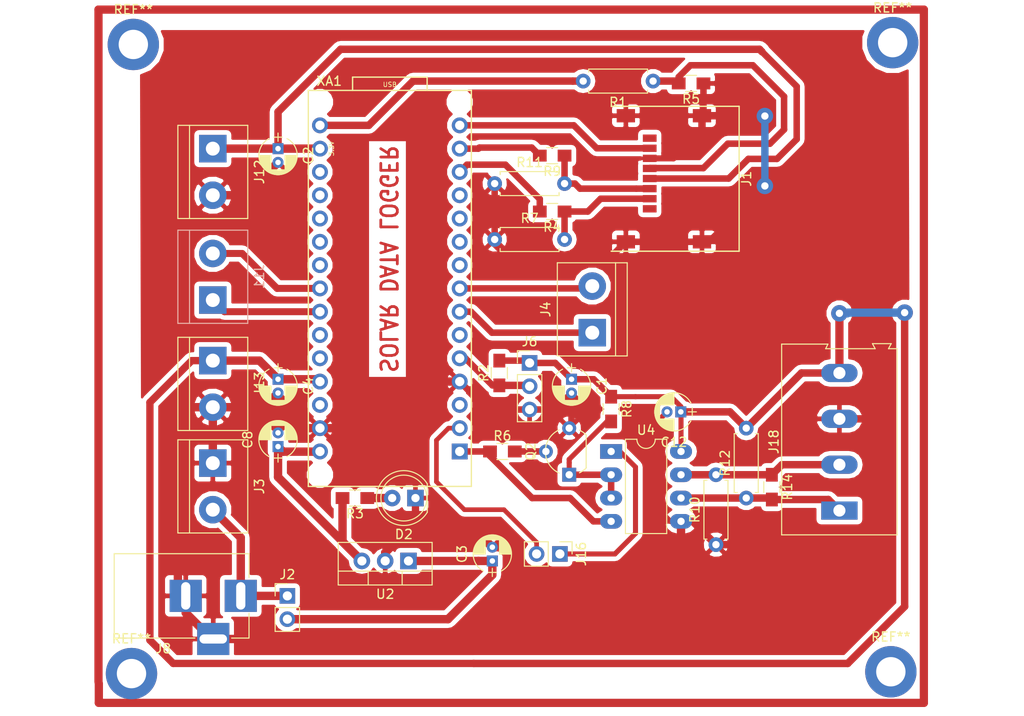
<source format=kicad_pcb>
(kicad_pcb (version 4) (host pcbnew 4.0.7)
  (layers (0 F.Cu signal) (31 B.Cu signal) (34 B.Paste user) (35 F.Paste user) (36 B.SilkS user) (37 F.SilkS user) (38 B.Mask user) (39 F.Mask user) (44 Edge.Cuts user))
  (net 0 "")
  (net 1 +5V)
  (net 2 GND)
  (net 3 +3V3)
  (net 4 "Net-(C3-Pad1)")
  (net 5 "Net-(C8-Pad1)")
  (net 6 "Net-(D2-Pad2)")
  (net 7 "Net-(J1-Pad2)")
  (net 8 "Net-(J1-Pad3)")
  (net 9 "Net-(J1-Pad5)")
  (net 10 /MISO)
  (net 11 "Net-(J2-Pad1)")
  (net 12 /TEMP)
  (net 13 /SCL)
  (net 14 /SDA)
  (net 15 /RXD485)
  (net 16 /RXD)
  (net 17 /A)
  (net 18 /B)
  (net 19 "Net-(Q2-Pad2)")
  (net 20 /E)
  (net 21 /SCK)
  (net 22 /CS)
  (net 23 /TXD)
  (net 24 /MOSI)
  (net 25 /ADDR1)
  (net 26 /ADDR2)
  (module Mounting_Holes:MountingHole_3.2mm_M3_DIN965_Pad (layer F.Cu) (at 163.8 49.6)
    (fp_text reference REF** (at 0 -3.8) (layer F.SilkS))
    (fp_text value MountingHole_3.2mm_M3_DIN965_Pad)
    (pad 1 thru_hole circle (at 0 0) (size 5.6 5.6) (drill 3.2) (layers *.Cu *.Mask))
  )
  (module Mounting_Holes:MountingHole_3.2mm_M3_DIN965_Pad (layer F.Cu) (at 163.6 118.2)
    (fp_text reference REF** (at 0 -3.8) (layer F.SilkS))
    (fp_text value MountingHole_3.2mm_M3_DIN965_Pad)
    (pad 1 thru_hole circle (at 0 0) (size 5.6 5.6) (drill 3.2) (layers *.Cu *.Mask))
  )
  (module Mounting_Holes:MountingHole_3.2mm_M3_DIN965_Pad (layer F.Cu) (at 246.4 118)
    (fp_text reference REF** (at 0 -3.8) (layer F.SilkS))
    (fp_text value MountingHole_3.2mm_M3_DIN965_Pad)
    (pad 1 thru_hole circle (at 0 0) (size 5.6 5.6) (drill 3.2) (layers *.Cu *.Mask))
  )
  (module Arduino:Arduino_Nano_Socket (layer F.Cu) (at 191.77 54.61 180)
    (fp_text reference XA1 (at 6.604 1.016 180) (layer F.SilkS))
    (fp_text value Arduino_Nano_Socket)
    (fp_text user USB (at 0 0.635 180) (layer F.SilkS) (effects (font (size 0.5 0.5) (thickness 0.075))))
    (fp_text user 3.3V (at 6.35 -6.35 270) (layer F.SilkS) (effects (font (size 0.5 0.5) (thickness 0.075))))
    (pad VIN thru_hole circle (at 7.62 -39.37 180) (size 1.7272 1.7272) (drill 1.016) (layers *.Cu *.Mask) (net 5 "Net-(C8-Pad1)"))
    (pad GND2 thru_hole circle (at 7.62 -36.83 180) (size 1.7272 1.7272) (drill 1.016) (layers *.Cu *.Mask) (net 2 GND))
    (pad RST2 thru_hole circle (at 7.62 -34.29 180) (size 1.7272 1.7272) (drill 1.016) (layers *.Cu *.Mask))
    (pad 5V thru_hole circle (at 7.62 -31.75 180) (size 1.7272 1.7272) (drill 1.016) (layers *.Cu *.Mask) (net 1 +5V))
    (pad A7 thru_hole circle (at 7.62 -29.21 180) (size 1.7272 1.7272) (drill 1.016) (layers *.Cu *.Mask))
    (pad A6 thru_hole circle (at 7.62 -26.67 180) (size 1.7272 1.7272) (drill 1.016) (layers *.Cu *.Mask))
    (pad A5 thru_hole circle (at 7.62 -24.13 180) (size 1.7272 1.7272) (drill 1.016) (layers *.Cu *.Mask) (net 13 /SCL))
    (pad A4 thru_hole circle (at 7.62 -21.59 180) (size 1.7272 1.7272) (drill 1.016) (layers *.Cu *.Mask) (net 14 /SDA))
    (pad A3 thru_hole circle (at 7.62 -19.05 180) (size 1.7272 1.7272) (drill 1.016) (layers *.Cu *.Mask))
    (pad A2 thru_hole circle (at 7.62 -16.51 180) (size 1.7272 1.7272) (drill 1.016) (layers *.Cu *.Mask))
    (pad A1 thru_hole circle (at 7.62 -13.97 180) (size 1.7272 1.7272) (drill 1.016) (layers *.Cu *.Mask))
    (pad A0 thru_hole circle (at 7.62 -11.43 180) (size 1.7272 1.7272) (drill 1.016) (layers *.Cu *.Mask))
    (pad AREF thru_hole circle (at 7.62 -8.89 180) (size 1.7272 1.7272) (drill 1.016) (layers *.Cu *.Mask))
    (pad 3V3 thru_hole circle (at 7.62 -6.35 180) (size 1.7272 1.7272) (drill 1.016) (layers *.Cu *.Mask) (net 3 +3V3))
    (pad D13 thru_hole circle (at 7.62 -3.81 180) (size 1.7272 1.7272) (drill 1.016) (layers *.Cu *.Mask) (net 21 /SCK))
    (pad D12 thru_hole circle (at -7.62 -3.81 180) (size 1.7272 1.7272) (drill 1.016) (layers *.Cu *.Mask) (net 10 /MISO))
    (pad D11 thru_hole circle (at -7.62 -6.35 180) (size 1.7272 1.7272) (drill 1.016) (layers *.Cu *.Mask) (net 24 /MOSI))
    (pad D10 thru_hole circle (at -7.62 -8.89 180) (size 1.7272 1.7272) (drill 1.016) (layers *.Cu *.Mask) (net 22 /CS))
    (pad D9 thru_hole circle (at -7.62 -11.43 180) (size 1.7272 1.7272) (drill 1.016) (layers *.Cu *.Mask))
    (pad D8 thru_hole circle (at -7.62 -13.97 180) (size 1.7272 1.7272) (drill 1.016) (layers *.Cu *.Mask))
    (pad D7 thru_hole circle (at -7.62 -16.51 180) (size 1.7272 1.7272) (drill 1.016) (layers *.Cu *.Mask))
    (pad D6 thru_hole circle (at -7.62 -19.05 180) (size 1.7272 1.7272) (drill 1.016) (layers *.Cu *.Mask))
    (pad D5 thru_hole circle (at -7.62 -21.59 180) (size 1.7272 1.7272) (drill 1.016) (layers *.Cu *.Mask) (net 26 /ADDR2))
    (pad D4 thru_hole circle (at -7.62 -24.13 180) (size 1.7272 1.7272) (drill 1.016) (layers *.Cu *.Mask) (net 25 /ADDR1))
    (pad D3 thru_hole circle (at -7.62 -26.67 180) (size 1.7272 1.7272) (drill 1.016) (layers *.Cu *.Mask))
    (pad D2 thru_hole circle (at -7.62 -29.21 180) (size 1.7272 1.7272) (drill 1.016) (layers *.Cu *.Mask) (net 12 /TEMP))
    (pad GND1 thru_hole circle (at -7.62 -31.75 180) (size 1.7272 1.7272) (drill 1.016) (layers *.Cu *.Mask) (net 2 GND))
    (pad RST1 thru_hole circle (at -7.62 -34.29 180) (size 1.7272 1.7272) (drill 1.016) (layers *.Cu *.Mask))
    (pad D0 thru_hole circle (at -7.62 -36.83 180) (size 1.7272 1.7272) (drill 1.016) (layers *.Cu *.Mask) (net 16 /RXD))
    (pad D1 thru_hole rect (at -7.62 -39.37 180) (size 1.7272 1.7272) (drill 1.016) (layers *.Cu *.Mask) (net 23 /TXD))
    (pad "" np_thru_hole circle (at -7.62 -41.91 180) (size 1.85 1.85) (drill 1.85) (layers *.Cu *.Mask))
    (pad "" np_thru_hole circle (at 7.62 -41.91 180) (size 1.85 1.85) (drill 1.85) (layers *.Cu *.Mask))
    (pad "" np_thru_hole circle (at -7.62 -1.27 180) (size 1.85 1.85) (drill 1.85) (layers *.Cu *.Mask))
    (pad "" np_thru_hole circle (at 7.62 -1.27 180) (size 1.85 1.85) (drill 1.85) (layers *.Cu *.Mask))
  )
  (module Pin_Headers:Pin_Header_Straight_1x02_Pitch2.54mm (layer F.Cu) (at 180.594 109.728)
    (fp_text reference J2 (at 0 -2.33) (layer F.SilkS))
    (fp_text value POWER)
    (pad 1 thru_hole rect (at 0 0) (size 1.7 1.7) (drill 1) (layers *.Cu *.Mask) (net 11 "Net-(J2-Pad1)"))
    (pad 2 thru_hole oval (at 0 2.54) (size 1.7 1.7) (drill 1) (layers *.Cu *.Mask) (net 4 "Net-(C3-Pad1)"))
  )
  (module Connectors_Terminal_Blocks:TerminalBlock_bornier-2_P5.08mm (layer F.Cu) (at 172.466 95.25 270)
    (fp_text reference J3 (at 2.54 -5.08 270) (layer F.SilkS))
    (fp_text value POWER)
    (pad 1 thru_hole rect (at 0 0 270) (size 3 3) (drill 1.52) (layers *.Cu *.Mask) (net 2 GND))
    (pad 2 thru_hole circle (at 5.08 0 270) (size 3 3) (drill 1.52) (layers *.Cu *.Mask) (net 11 "Net-(J2-Pad1)"))
  )
  (module Pin_Headers:Pin_Header_Straight_1x03_Pitch2.54mm (layer F.Cu) (at 207.01 84.328)
    (fp_text reference J6 (at 0 -2.33) (layer F.SilkS))
    (fp_text value 18b20)
    (pad 1 thru_hole rect (at 0 0) (size 1.7 1.7) (drill 1) (layers *.Cu *.Mask) (net 1 +5V))
    (pad 2 thru_hole oval (at 0 2.54) (size 1.7 1.7) (drill 1) (layers *.Cu *.Mask) (net 12 /TEMP))
    (pad 3 thru_hole oval (at 0 5.08) (size 1.7 1.7) (drill 1) (layers *.Cu *.Mask) (net 2 GND))
  )
  (module Connectors:BARREL_JACK (layer F.Cu) (at 175.514 109.728)
    (fp_text reference J8 (at -8.45 5.75 180) (layer F.SilkS))
    (fp_text value Jack-DC)
    (pad 1 thru_hole rect (at 0 0) (size 3.5 3.5) (drill oval 1 3) (layers *.Cu *.Mask) (net 11 "Net-(J2-Pad1)"))
    (pad 2 thru_hole rect (at -6 0) (size 3.5 3.5) (drill oval 1 3) (layers *.Cu *.Mask) (net 2 GND))
    (pad 3 thru_hole rect (at -3 4.7) (size 3.5 3.5) (drill oval 3 1) (layers *.Cu *.Mask) (net 2 GND))
  )
  (module Connectors_Terminal_Blocks:TerminalBlock_bornier-2_P5.08mm (layer B.Cu) (at 172.466 77.47 90)
    (fp_text reference J11 (at 2.54 5.08 90) (layer B.SilkS) (effects (justify mirror)))
    (fp_text value Screw_Terminal_01x02)
    (pad 1 thru_hole rect (at 0 0 90) (size 3 3) (drill 1.52) (layers *.Cu *.Mask) (net 13 /SCL))
    (pad 2 thru_hole circle (at 5.08 0 90) (size 3 3) (drill 1.52) (layers *.Cu *.Mask) (net 14 /SDA))
  )
  (module Connectors_Terminal_Blocks:TerminalBlock_bornier-2_P5.08mm (layer F.Cu) (at 172.466 60.96 270)
    (fp_text reference J12 (at 2.54 -5.08 270) (layer F.SilkS))
    (fp_text value Screw_Terminal_01x02)
    (pad 1 thru_hole rect (at 0 0 270) (size 3 3) (drill 1.52) (layers *.Cu *.Mask) (net 3 +3V3))
    (pad 2 thru_hole circle (at 5.08 0 270) (size 3 3) (drill 1.52) (layers *.Cu *.Mask) (net 2 GND))
  )
  (module Connectors_Terminal_Blocks:TerminalBlock_bornier-2_P5.08mm (layer F.Cu) (at 172.466 84.074 270)
    (fp_text reference J13 (at 2.54 -5.08 270) (layer F.SilkS))
    (fp_text value Screw_Terminal_01x02)
    (pad 1 thru_hole rect (at 0 0 270) (size 3 3) (drill 1.52) (layers *.Cu *.Mask) (net 1 +5V))
    (pad 2 thru_hole circle (at 5.08 0 270) (size 3 3) (drill 1.52) (layers *.Cu *.Mask) (net 2 GND))
  )
  (module Pin_Headers:Pin_Header_Straight_1x02_Pitch2.54mm (layer F.Cu) (at 210.312 105.156 270)
    (fp_text reference J16 (at 0 -2.33 270) (layer F.SilkS))
    (fp_text value Conn_01x02_Male)
    (pad 1 thru_hole rect (at 0 0 270) (size 1.7 1.7) (drill 1) (layers *.Cu *.Mask) (net 15 /RXD485))
    (pad 2 thru_hole oval (at 0 2.54 270) (size 1.7 1.7) (drill 1) (layers *.Cu *.Mask) (net 16 /RXD))
  )
  (module Connectors_Terminal_Blocks:TerminalBlock_Altech_AK300-4_P5.00mm (layer F.Cu) (at 240.792 100.424 90)
    (fp_text reference J18 (at 7.5 -7.15 90) (layer F.SilkS))
    (fp_text value Screw_Terminal_01x04)
    (pad 1 thru_hole rect (at 0 0 90) (size 1.98 3.96) (drill 1.32) (layers *.Cu *.Mask) (net 17 /A))
    (pad 2 thru_hole oval (at 5 0 90) (size 1.98 3.96) (drill 1.32) (layers *.Cu *.Mask) (net 18 /B))
    (pad 4 thru_hole oval (at 15 0 90) (size 1.98 3.96) (drill 1.32) (layers *.Cu *.Mask) (net 1 +5V))
    (pad 3 thru_hole oval (at 10 0 90) (size 1.98 3.96) (drill 1.32) (layers *.Cu *.Mask) (net 2 GND))
  )
  (module TO_SOT_Packages_THT:TO-92_Molded_Wide (layer F.Cu) (at 211.328 96.52 90)
    (fp_text reference Q2 (at 2.54 -4.19 270) (layer F.SilkS))
    (fp_text value BC547)
    (pad 2 thru_hole circle (at 2.54 -2.54 180) (size 1.52 1.52) (drill 0.8) (layers *.Cu *.Mask) (net 19 "Net-(Q2-Pad2)"))
    (pad 3 thru_hole circle (at 5.08 0 180) (size 1.52 1.52) (drill 0.8) (layers *.Cu *.Mask) (net 2 GND))
    (pad 1 thru_hole rect (at 0 0 180) (size 1.52 1.52) (drill 0.8) (layers *.Cu *.Mask) (net 20 /E))
  )
  (module Resistors_SMD:R_0805_HandSoldering (layer F.Cu) (at 203.708 85.424 90)
    (fp_text reference R2 (at 0 -1.7 90) (layer F.SilkS))
    (fp_text value 4K7)
    (pad 1 smd rect (at -1.35 0 90) (size 1.5 1.3) (layers F.Cu F.Paste F.Mask) (net 12 /TEMP))
    (pad 2 smd rect (at 1.35 0 90) (size 1.5 1.3) (layers F.Cu F.Paste F.Mask) (net 1 +5V))
  )
  (module Resistors_SMD:R_0805_HandSoldering (layer F.Cu) (at 209.47 67.818 180)
    (fp_text reference R4 (at 0 -1.7 180) (layer F.SilkS))
    (fp_text value 4K7)
    (pad 1 smd rect (at -1.35 0 180) (size 1.5 1.3) (layers F.Cu F.Paste F.Mask) (net 7 "Net-(J1-Pad2)"))
    (pad 2 smd rect (at 1.35 0 180) (size 1.5 1.3) (layers F.Cu F.Paste F.Mask) (net 22 /CS))
  )
  (module Resistors_SMD:R_0805_HandSoldering (layer F.Cu) (at 224.616 53.848 180)
    (fp_text reference R5 (at 0 -1.7 180) (layer F.SilkS))
    (fp_text value 10K)
    (pad 1 smd rect (at -1.35 0 180) (size 1.5 1.3) (layers F.Cu F.Paste F.Mask) (net 2 GND))
    (pad 2 smd rect (at 1.35 0 180) (size 1.5 1.3) (layers F.Cu F.Paste F.Mask) (net 9 "Net-(J1-Pad5)"))
  )
  (module Resistors_SMD:R_0805_HandSoldering (layer F.Cu) (at 204.042 93.98)
    (fp_text reference R6 (at 0 -1.7) (layer F.SilkS))
    (fp_text value 1k)
    (pad 1 smd rect (at -1.35 0) (size 1.5 1.3) (layers F.Cu F.Paste F.Mask) (net 23 /TXD))
    (pad 2 smd rect (at 1.35 0) (size 1.5 1.3) (layers F.Cu F.Paste F.Mask) (net 19 "Net-(Q2-Pad2)"))
  )
  (module Resistors_SMD:R_0805_HandSoldering (layer F.Cu) (at 215.9 89.3572 270)
    (fp_text reference R8 (at 0 -1.7 270) (layer F.SilkS))
    (fp_text value 560)
    (pad 1 smd rect (at -1.35 0 270) (size 1.5 1.3) (layers F.Cu F.Paste F.Mask) (net 1 +5V))
    (pad 2 smd rect (at 1.35 0 270) (size 1.5 1.3) (layers F.Cu F.Paste F.Mask) (net 20 /E))
  )
  (module Resistors_SMD:R_0805_HandSoldering (layer F.Cu) (at 209.47 61.722 180)
    (fp_text reference R9 (at 0 -1.7 180) (layer F.SilkS))
    (fp_text value 4K7)
    (pad 1 smd rect (at -1.35 0 180) (size 1.5 1.3) (layers F.Cu F.Paste F.Mask) (net 8 "Net-(J1-Pad3)"))
    (pad 2 smd rect (at 1.35 0 180) (size 1.5 1.3) (layers F.Cu F.Paste F.Mask) (net 24 /MOSI))
  )
  (module Resistors_THT:R_Axial_DIN0207_L6.3mm_D2.5mm_P7.62mm_Horizontal (layer F.Cu) (at 227.33 104.14 90)
    (fp_text reference R10 (at 3.81 -2.31 90) (layer F.SilkS))
    (fp_text value 560)
    (pad 1 thru_hole circle (at 0 0 90) (size 1.6 1.6) (drill 0.8) (layers *.Cu *.Mask) (net 2 GND))
    (pad 2 thru_hole oval (at 7.62 0 90) (size 1.6 1.6) (drill 0.8) (layers *.Cu *.Mask) (net 18 /B))
  )
  (module Resistors_THT:R_Axial_DIN0207_L6.3mm_D2.5mm_P7.62mm_Horizontal (layer F.Cu) (at 230.632 99.06 90)
    (fp_text reference R12 (at 3.81 -2.31 90) (layer F.SilkS))
    (fp_text value 560)
    (pad 1 thru_hole circle (at 0 0 90) (size 1.6 1.6) (drill 0.8) (layers *.Cu *.Mask) (net 17 /A))
    (pad 2 thru_hole oval (at 7.62 0 90) (size 1.6 1.6) (drill 0.8) (layers *.Cu *.Mask) (net 1 +5V))
  )
  (module Resistors_SMD:R_0805_HandSoldering (layer F.Cu) (at 233.426 97.87 270)
    (fp_text reference R14 (at 0 -1.7 270) (layer F.SilkS))
    (fp_text value 560)
    (pad 1 smd rect (at -1.35 0 270) (size 1.5 1.3) (layers F.Cu F.Paste F.Mask) (net 18 /B))
    (pad 2 smd rect (at 1.35 0 270) (size 1.5 1.3) (layers F.Cu F.Paste F.Mask) (net 17 /A))
  )
  (module TO_SOT_Packages_THT:TO-220-3_Vertical (layer F.Cu) (at 193.802 105.918 180)
    (fp_text reference U2 (at 2.54 -3.62 180) (layer F.SilkS))
    (fp_text value L7805)
    (pad 1 thru_hole rect (at 0 0 180) (size 1.8 1.8) (drill 1) (layers *.Cu *.Mask) (net 4 "Net-(C3-Pad1)"))
    (pad 2 thru_hole oval (at 2.54 0 180) (size 1.8 1.8) (drill 1) (layers *.Cu *.Mask) (net 2 GND))
    (pad 3 thru_hole oval (at 5.08 0 180) (size 1.8 1.8) (drill 1) (layers *.Cu *.Mask) (net 5 "Net-(C8-Pad1)"))
  )
  (module Housings_DIP:DIP-8_W7.62mm_LongPads (layer F.Cu) (at 215.9 93.98)
    (fp_text reference U4 (at 3.81 -2.33) (layer F.SilkS))
    (fp_text value MAX485E)
    (pad 1 thru_hole rect (at 0 0) (size 2.4 1.6) (drill 0.8) (layers *.Cu *.Mask) (net 15 /RXD485))
    (pad 5 thru_hole oval (at 7.62 7.62) (size 2.4 1.6) (drill 0.8) (layers *.Cu *.Mask) (net 2 GND))
    (pad 2 thru_hole oval (at 0 2.54) (size 2.4 1.6) (drill 0.8) (layers *.Cu *.Mask) (net 20 /E))
    (pad 6 thru_hole oval (at 7.62 5.08) (size 2.4 1.6) (drill 0.8) (layers *.Cu *.Mask) (net 17 /A))
    (pad 3 thru_hole oval (at 0 5.08) (size 2.4 1.6) (drill 0.8) (layers *.Cu *.Mask) (net 20 /E))
    (pad 7 thru_hole oval (at 7.62 2.54) (size 2.4 1.6) (drill 0.8) (layers *.Cu *.Mask) (net 18 /B))
    (pad 4 thru_hole oval (at 0 7.62) (size 2.4 1.6) (drill 0.8) (layers *.Cu *.Mask) (net 23 /TXD))
    (pad 8 thru_hole oval (at 7.62 0) (size 2.4 1.6) (drill 0.8) (layers *.Cu *.Mask) (net 1 +5V))
  )
  (module Connectors_Card:MicroSd_Wurth_693072010801 (layer F.Cu) (at 221.656 64.245 270)
    (fp_text reference J1 (at 0 -9 270) (layer F.SilkS))
    (fp_text value Micro_SD_Card)
    (pad 1 smd rect (at 3.275 1.55 270) (size 0.8 1.5) (layers F.Cu F.Paste F.Mask))
    (pad 2 smd rect (at 2.175 1.55 270) (size 0.8 1.5) (layers F.Cu F.Paste F.Mask) (net 7 "Net-(J1-Pad2)"))
    (pad 3 smd rect (at 1.075 1.55 270) (size 0.8 1.5) (layers F.Cu F.Paste F.Mask) (net 8 "Net-(J1-Pad3)"))
    (pad 4 smd rect (at -0.025 1.55 270) (size 0.8 1.5) (layers F.Cu F.Paste F.Mask) (net 3 +3V3))
    (pad 5 smd rect (at -1.125 1.55 270) (size 0.8 1.5) (layers F.Cu F.Paste F.Mask) (net 9 "Net-(J1-Pad5)"))
    (pad 6 smd rect (at -2.225 1.55 270) (size 0.8 1.5) (layers F.Cu F.Paste F.Mask) (net 2 GND))
    (pad 7 smd rect (at -3.325 1.55 270) (size 0.8 1.5) (layers F.Cu F.Paste F.Mask) (net 10 /MISO))
    (pad 8 smd rect (at -4.425 1.55 270) (size 0.8 1.5) (layers F.Cu F.Paste F.Mask))
    (pad 9 smd rect (at 6.875 -4.15 270) (size 1.45 2) (layers F.Cu F.Paste F.Mask) (net 2 GND))
    (pad 9 smd rect (at 6.875 4.15 270) (size 1.45 2) (layers F.Cu F.Paste F.Mask) (net 2 GND))
    (pad 9 smd rect (at -6.875 -4.15 270) (size 1.45 2) (layers F.Cu F.Paste F.Mask) (net 2 GND))
    (pad 9 smd rect (at -6.875 4.15 270) (size 1.45 2) (layers F.Cu F.Paste F.Mask) (net 2 GND))
  )
  (module Resistors_SMD:R_0805_HandSoldering (layer F.Cu) (at 187.96 99.06 180)
    (fp_text reference R3 (at 0 -1.7 180) (layer F.SilkS))
    (fp_text value 1k)
    (pad 1 smd rect (at -1.35 0 180) (size 1.5 1.3) (layers F.Cu F.Paste F.Mask) (net 6 "Net-(D2-Pad2)"))
    (pad 2 smd rect (at 1.35 0 180) (size 1.5 1.3) (layers F.Cu F.Paste F.Mask) (net 5 "Net-(C8-Pad1)"))
  )
  (module Capacitors_THT:CP_Radial_D4.0mm_P1.50mm (layer F.Cu) (at 211.582 86.106 270)
    (fp_text reference C1 (at 0.75 -3.31 270) (layer F.SilkS))
    (fp_text value CP1_Small)
    (pad 1 thru_hole rect (at 0 0 270) (size 1.2 1.2) (drill 0.6) (layers *.Cu *.Mask) (net 1 +5V))
    (pad 2 thru_hole circle (at 1.5 0 270) (size 1.2 1.2) (drill 0.6) (layers *.Cu *.Mask) (net 2 GND))
  )
  (module Resistors_THT:R_Axial_DIN0207_L6.3mm_D2.5mm_P7.62mm_Horizontal (layer F.Cu) (at 220.472 53.594 180)
    (fp_text reference R1 (at 3.81 -2.31 180) (layer F.SilkS))
    (fp_text value 4K7)
    (pad 1 thru_hole circle (at 0 0 180) (size 1.6 1.6) (drill 0.8) (layers *.Cu *.Mask) (net 9 "Net-(J1-Pad5)"))
    (pad 2 thru_hole oval (at 7.62 0 180) (size 1.6 1.6) (drill 0.8) (layers *.Cu *.Mask) (net 21 /SCK))
  )
  (module Resistors_THT:R_Axial_DIN0207_L6.3mm_D2.5mm_P7.62mm_Horizontal (layer F.Cu) (at 203.2 70.866)
    (fp_text reference R7 (at 3.81 -2.31) (layer F.SilkS))
    (fp_text value 10K)
    (pad 1 thru_hole circle (at 0 0) (size 1.6 1.6) (drill 0.8) (layers *.Cu *.Mask) (net 2 GND))
    (pad 2 thru_hole oval (at 7.62 0) (size 1.6 1.6) (drill 0.8) (layers *.Cu *.Mask) (net 7 "Net-(J1-Pad2)"))
  )
  (module Resistors_THT:R_Axial_DIN0207_L6.3mm_D2.5mm_P7.62mm_Horizontal (layer F.Cu) (at 203.2 64.77)
    (fp_text reference R11 (at 3.81 -2.31) (layer F.SilkS))
    (fp_text value 10K)
    (pad 1 thru_hole circle (at 0 0) (size 1.6 1.6) (drill 0.8) (layers *.Cu *.Mask) (net 2 GND))
    (pad 2 thru_hole oval (at 7.62 0) (size 1.6 1.6) (drill 0.8) (layers *.Cu *.Mask) (net 8 "Net-(J1-Pad3)"))
  )
  (module Capacitors_THT:CP_Radial_D4.0mm_P1.50mm (layer F.Cu) (at 179.578 60.96 270)
    (fp_text reference C2 (at 0.75 -3.31 270) (layer F.SilkS))
    (fp_text value CP1_Small)
    (pad 1 thru_hole rect (at 0 0 270) (size 1.2 1.2) (drill 0.6) (layers *.Cu *.Mask) (net 3 +3V3))
    (pad 2 thru_hole circle (at 1.5 0 270) (size 1.2 1.2) (drill 0.6) (layers *.Cu *.Mask) (net 2 GND))
  )
  (module Capacitors_THT:CP_Radial_D4.0mm_P1.50mm (layer F.Cu) (at 202.946 105.918 90)
    (fp_text reference C3 (at 0.75 -3.31 90) (layer F.SilkS))
    (fp_text value .1uF)
    (pad 1 thru_hole rect (at 0 0 90) (size 1.2 1.2) (drill 0.6) (layers *.Cu *.Mask) (net 4 "Net-(C3-Pad1)"))
    (pad 2 thru_hole circle (at 1.5 0 90) (size 1.2 1.2) (drill 0.6) (layers *.Cu *.Mask) (net 2 GND))
  )
  (module Capacitors_THT:CP_Radial_D4.0mm_P1.50mm (layer F.Cu) (at 179.578 86.106 270)
    (fp_text reference C4 (at 0.75 -3.31 270) (layer F.SilkS))
    (fp_text value CP1_Small)
    (pad 1 thru_hole rect (at 0 0 270) (size 1.2 1.2) (drill 0.6) (layers *.Cu *.Mask) (net 1 +5V))
    (pad 2 thru_hole circle (at 1.5 0 270) (size 1.2 1.2) (drill 0.6) (layers *.Cu *.Mask) (net 2 GND))
  )
  (module Capacitors_THT:CP_Radial_D4.0mm_P1.50mm (layer F.Cu) (at 179.578 93.448 90)
    (fp_text reference C8 (at 0.75 -3.31 90) (layer F.SilkS))
    (fp_text value .1uF)
    (pad 1 thru_hole rect (at 0 0 90) (size 1.2 1.2) (drill 0.6) (layers *.Cu *.Mask) (net 5 "Net-(C8-Pad1)"))
    (pad 2 thru_hole circle (at 1.5 0 90) (size 1.2 1.2) (drill 0.6) (layers *.Cu *.Mask) (net 2 GND))
  )
  (module Capacitors_THT:CP_Radial_D4.0mm_P1.50mm (layer F.Cu) (at 223.496 89.662 180)
    (fp_text reference C12 (at 0.75 -3.31 180) (layer F.SilkS))
    (fp_text value .1uF)
    (pad 1 thru_hole rect (at 0 0 180) (size 1.2 1.2) (drill 0.6) (layers *.Cu *.Mask) (net 1 +5V))
    (pad 2 thru_hole circle (at 1.5 0 180) (size 1.2 1.2) (drill 0.6) (layers *.Cu *.Mask) (net 2 GND))
  )
  (module Connectors_Terminal_Blocks:TerminalBlock_bornier-2_P5.08mm (layer F.Cu) (at 213.8426 81.026 90)
    (fp_text reference J4 (at 2.54 -5.08 90) (layer F.SilkS))
    (fp_text value Screw_Terminal_01x02)
    (pad 1 thru_hole rect (at 0 0 90) (size 3 3) (drill 1.52) (layers *.Cu *.Mask) (net 25 /ADDR1))
    (pad 2 thru_hole circle (at 5.08 0 90) (size 3 3) (drill 1.52) (layers *.Cu *.Mask) (net 26 /ADDR2))
  )
  (module LEDs:LED_D5.0mm (layer F.Cu) (at 194.564 99.06 180)
    (fp_text reference D2 (at 1.27 -3.96 180) (layer F.SilkS))
    (fp_text value LED)
    (pad 1 thru_hole rect (at 0 0 180) (size 1.8 1.8) (drill 0.9) (layers *.Cu *.Mask) (net 2 GND))
    (pad 2 thru_hole circle (at 2.54 0 180) (size 1.8 1.8) (drill 0.9) (layers *.Cu *.Mask) (net 6 "Net-(D2-Pad2)"))
  )
  (module Mounting_Holes:MountingHole_3.2mm_M3_DIN965_Pad (layer F.Cu) (at 246.6 49.4)
    (fp_text reference REF** (at 0 -3.8) (layer F.SilkS))
    (fp_text value MountingHole_3.2mm_M3_DIN965_Pad)
    (pad 1 thru_hole circle (at 0 0) (size 5.6 5.6) (drill 3.2) (layers *.Cu *.Mask))
  )
  (gr_text "SOLAR DATA LOGGER" (at 191.6 73 270) (layer F.Cu) (effects (font (size 1.8 1.6) (thickness 0.3)) (justify mirror)))
  (segment (start 160 45.8) (end 160 119.090285) (width 0.9) (layer F.Cu) (net 0))
  (segment (start 250 45.8) (end 160 45.8) (width 0.9) (layer F.Cu) (net 0))
  (segment (start 250 121.394821) (end 250 45.8) (width 0.9) (layer F.Cu) (net 0))
  (segment (start 160.037963 121.394821) (end 250 121.394821) (width 0.9) (layer F.Cu) (net 0))
  (segment (start 160.037963 119.271752) (end 160.037963 121.394821) (width 0.9) (layer F.Cu) (net 0))
  (segment (start 200.914 117.094) (end 241.699385 117.094) (width 0.81) (layer F.Cu) (net 1))
  (segment (start 241.699385 117.094) (end 247.904 110.889385) (width 0.81) (layer F.Cu) (net 1))
  (segment (start 247.904 110.889385) (end 247.904 78.8416) (width 0.81) (layer F.Cu) (net 1))
  (segment (start 241.716728 78.8416) (end 247.904 78.8416) (width 0.9) (layer B.Cu) (net 1))
  (via (at 247.904 78.8416) (size 1.8) (drill 0.8) (layers F.Cu B.Cu) (net 1))
  (segment (start 240.792 78.9178) (end 241.640528 78.9178) (width 0.9) (layer B.Cu) (net 1))
  (segment (start 241.640528 78.9178) (end 241.716728 78.8416) (width 0.9) (layer B.Cu) (net 1))
  (via (at 240.792 78.9178) (size 1.8) (drill 0.8) (layers F.Cu B.Cu) (net 1))
  (segment (start 240.792 85.424) (end 240.792 78.9178) (width 0.9) (layer F.Cu) (net 1))
  (segment (start 168.148 117.094) (end 200.914 117.094) (width 0.8) (layer F.Cu) (net 1))
  (segment (start 165.608 114.554) (end 168.148 117.094) (width 0.8) (layer F.Cu) (net 1))
  (segment (start 165.608 88.632) (end 165.608 114.554) (width 0.8) (layer F.Cu) (net 1))
  (segment (start 172.466 84.074) (end 170.166 84.074) (width 0.8) (layer F.Cu) (net 1))
  (segment (start 170.166 84.074) (end 165.608 88.632) (width 0.8) (layer F.Cu) (net 1))
  (segment (start 184.15 86.36) (end 183.896 86.106) (width 0.9144) (layer F.Cu) (net 1))
  (segment (start 183.896 86.106) (end 179.578 86.106) (width 0.9144) (layer F.Cu) (net 1))
  (segment (start 172.466 84.074) (end 177.546 84.074) (width 0.9144) (layer F.Cu) (net 1))
  (segment (start 177.546 84.074) (end 179.578 86.106) (width 0.9144) (layer F.Cu) (net 1))
  (segment (start 230.632 91.44) (end 236.648 85.424) (width 0.8128) (layer F.Cu) (net 1))
  (segment (start 236.648 85.424) (end 240.792 85.424) (width 0.8128) (layer F.Cu) (net 1))
  (segment (start 223.496 89.662) (end 228.854 89.662) (width 0.8128) (layer F.Cu) (net 1))
  (segment (start 228.854 89.662) (end 230.632 91.44) (width 0.8128) (layer F.Cu) (net 1))
  (segment (start 223.52 93.98) (end 223.52 89.686) (width 0.55372) (layer F.Cu) (net 1))
  (segment (start 223.52 89.686) (end 223.496 89.662) (width 0.55372) (layer F.Cu) (net 1))
  (segment (start 223.496 89.662) (end 223.496 89.077454) (width 0.55372) (layer F.Cu) (net 1))
  (segment (start 218.5632 88.0072) (end 215.9 88.0072) (width 0.55372) (layer F.Cu) (net 1))
  (segment (start 223.496 89.077454) (end 222.425746 88.0072) (width 0.55372) (layer F.Cu) (net 1))
  (segment (start 222.425746 88.0072) (end 218.5632 88.0072) (width 0.55372) (layer F.Cu) (net 1))
  (segment (start 211.582 86.106) (end 213.9988 86.106) (width 0.7112) (layer F.Cu) (net 1))
  (segment (start 213.9988 86.106) (end 215.9 88.0072) (width 0.7112) (layer F.Cu) (net 1))
  (segment (start 207.01 84.328) (end 209.804 84.328) (width 0.7112) (layer F.Cu) (net 1))
  (segment (start 209.804 84.328) (end 211.582 86.106) (width 0.7112) (layer F.Cu) (net 1))
  (segment (start 203.708 84.074) (end 206.756 84.074) (width 0.7112) (layer F.Cu) (net 1))
  (segment (start 206.756 84.074) (end 207.01 84.328) (width 0.7112) (layer F.Cu) (net 1))
  (segment (start 245.872 68.873674) (end 245.872 93.726) (width 0.9144) (layer F.Cu) (net 2))
  (segment (start 245.872 101.346) (end 243.078 104.14) (width 0.8128) (layer F.Cu) (net 2))
  (segment (start 245.872 93.726) (end 245.872 101.346) (width 0.8128) (layer F.Cu) (net 2))
  (segment (start 245.872 92.7112) (end 245.872 93.726) (width 0.8128) (layer F.Cu) (net 2))
  (segment (start 243.5848 90.424) (end 245.872 92.7112) (width 0.8128) (layer F.Cu) (net 2))
  (segment (start 243.078 104.14) (end 227.33 104.14) (width 0.8128) (layer F.Cu) (net 2))
  (segment (start 240.792 90.424) (end 243.5848 90.424) (width 0.8128) (layer F.Cu) (net 2))
  (segment (start 194.564 99.06) (end 194.564 100.76) (width 0.8) (layer F.Cu) (net 2))
  (segment (start 194.564 100.76) (end 194.597886 100.793886) (width 0.8) (layer F.Cu) (net 2))
  (segment (start 194.597886 100.793886) (end 194.597886 101.68) (width 0.8) (layer F.Cu) (net 2))
  (segment (start 203.2 64.77) (end 203.2 70.866) (width 0.7112) (layer F.Cu) (net 2))
  (segment (start 191.262 105.918) (end 191.262 105.015886) (width 0.9144) (layer F.Cu) (net 2))
  (segment (start 191.262 105.015886) (end 194.597886 101.68) (width 0.9144) (layer F.Cu) (net 2))
  (segment (start 194.597886 101.68) (end 200.208 101.68) (width 0.9144) (layer F.Cu) (net 2))
  (segment (start 200.208 101.68) (end 202.946 104.418) (width 0.9144) (layer F.Cu) (net 2))
  (segment (start 232.664 57.404) (end 232.664 65.024) (width 0.81) (layer B.Cu) (net 2))
  (via (at 232.664 65.024) (size 1.8) (drill 0.8) (layers F.Cu B.Cu) (net 2))
  (segment (start 225.806 57.37) (end 232.63 57.37) (width 0.81) (layer F.Cu) (net 2))
  (segment (start 232.63 57.37) (end 232.664 57.404) (width 0.81) (layer F.Cu) (net 2))
  (via (at 232.664 57.404) (size 1.8) (drill 0.8) (layers F.Cu B.Cu) (net 2))
  (segment (start 206.756 107.379472) (end 206.756 107.616162) (width 0.9144) (layer F.Cu) (net 2))
  (segment (start 206.756 107.616162) (end 199.944162 114.428) (width 0.9144) (layer F.Cu) (net 2))
  (segment (start 199.944162 114.428) (end 172.514 114.428) (width 0.9144) (layer F.Cu) (net 2))
  (segment (start 207.072528 107.696) (end 219.202 107.696) (width 0.9144) (layer F.Cu) (net 2))
  (segment (start 203.794528 104.418) (end 206.756 107.379472) (width 0.9144) (layer F.Cu) (net 2))
  (segment (start 206.756 107.379472) (end 207.072528 107.696) (width 0.9144) (layer F.Cu) (net 2))
  (segment (start 202.946 104.418) (end 203.794528 104.418) (width 0.9144) (layer F.Cu) (net 2))
  (segment (start 219.202 107.696) (end 223.52 103.378) (width 0.9144) (layer F.Cu) (net 2))
  (segment (start 223.52 103.378) (end 223.52 101.6) (width 0.9144) (layer F.Cu) (net 2))
  (segment (start 224.79 101.6) (end 227.33 104.14) (width 0.8128) (layer F.Cu) (net 2))
  (segment (start 172.514 114.428) (end 172.363464 114.428) (width 0.9144) (layer F.Cu) (net 2))
  (segment (start 172.363464 114.428) (end 169.514 111.578536) (width 0.9144) (layer F.Cu) (net 2))
  (segment (start 169.514 111.578536) (end 169.514 109.728) (width 0.9144) (layer F.Cu) (net 2))
  (segment (start 232.664 65.024) (end 232.675257 65.012743) (width 0.9144) (layer F.Cu) (net 2))
  (segment (start 232.675257 65.012743) (end 242.011069 65.012743) (width 0.9144) (layer F.Cu) (net 2))
  (segment (start 242.011069 65.012743) (end 245.872 68.873674) (width 0.9144) (layer F.Cu) (net 2))
  (segment (start 232.705083 64.982917) (end 232.664 65.024) (width 0.9144) (layer F.Cu) (net 2))
  (segment (start 184.15 91.44) (end 189.329147 91.44) (width 0.9144) (layer F.Cu) (net 2))
  (segment (start 189.329147 91.44) (end 194.409147 86.36) (width 0.9144) (layer F.Cu) (net 2))
  (segment (start 194.409147 86.36) (end 199.39 86.36) (width 0.9144) (layer F.Cu) (net 2))
  (segment (start 172.466 89.154) (end 170.34468 89.154) (width 0.9144) (layer F.Cu) (net 2))
  (segment (start 170.34468 89.154) (end 168.656 90.84268) (width 0.9144) (layer F.Cu) (net 2))
  (segment (start 168.656 90.84268) (end 168.656 108.873829) (width 0.9144) (layer F.Cu) (net 2))
  (segment (start 168.656 108.873829) (end 169.510171 109.728) (width 0.9144) (layer F.Cu) (net 2))
  (segment (start 169.510171 109.728) (end 169.514 109.728) (width 0.9144) (layer F.Cu) (net 2))
  (segment (start 172.466 66.04) (end 175.998 66.04) (width 0.9144) (layer F.Cu) (net 2))
  (segment (start 175.998 66.04) (end 179.578 62.46) (width 0.9144) (layer F.Cu) (net 2))
  (segment (start 172.466 89.154) (end 178.03 89.154) (width 0.9144) (layer F.Cu) (net 2))
  (segment (start 178.03 89.154) (end 179.578 87.606) (width 0.9144) (layer F.Cu) (net 2))
  (segment (start 179.578 87.606) (end 179.578 89.408) (width 0.9144) (layer F.Cu) (net 2))
  (segment (start 179.578 89.408) (end 179.578 91.948) (width 0.9144) (layer F.Cu) (net 2))
  (segment (start 184.15 91.44) (end 181.61 91.44) (width 0.9144) (layer F.Cu) (net 2))
  (segment (start 181.61 91.44) (end 179.578 89.408) (width 0.9144) (layer F.Cu) (net 2))
  (segment (start 172.466 95.25) (end 172.466 89.154) (width 0.9144) (layer F.Cu) (net 2))
  (segment (start 223.52 101.6) (end 224.79 101.6) (width 0.8128) (layer F.Cu) (net 2))
  (segment (start 221.996 89.662) (end 221.140896 90.517104) (width 0.55372) (layer F.Cu) (net 2))
  (segment (start 221.140896 90.517104) (end 221.140896 100.377081) (width 0.55372) (layer F.Cu) (net 2))
  (segment (start 221.140896 100.377081) (end 222.363815 101.6) (width 0.55372) (layer F.Cu) (net 2))
  (segment (start 222.363815 101.6) (end 223.52 101.6) (width 0.55372) (layer F.Cu) (net 2))
  (segment (start 211.582 87.606) (end 211.582 91.186) (width 0.7112) (layer F.Cu) (net 2))
  (segment (start 211.582 91.186) (end 211.328 91.44) (width 0.7112) (layer F.Cu) (net 2))
  (segment (start 207.01 89.408) (end 209.78 89.408) (width 0.7112) (layer F.Cu) (net 2))
  (segment (start 209.78 89.408) (end 211.582 87.606) (width 0.7112) (layer F.Cu) (net 2))
  (segment (start 200.761599 87.223599) (end 202.946 89.408) (width 0.7112) (layer F.Cu) (net 2))
  (segment (start 202.946 89.408) (end 207.01 89.408) (width 0.7112) (layer F.Cu) (net 2))
  (segment (start 199.39 86.36) (end 200.253599 87.223599) (width 0.7112) (layer F.Cu) (net 2))
  (segment (start 200.253599 87.223599) (end 200.761599 87.223599) (width 0.7112) (layer F.Cu) (net 2))
  (segment (start 204.724 72.898) (end 215.728 72.898) (width 0.7112) (layer F.Cu) (net 2))
  (segment (start 215.728 72.898) (end 217.506 71.12) (width 0.7112) (layer F.Cu) (net 2))
  (segment (start 203.2 71.374) (end 204.724 72.898) (width 0.7112) (layer F.Cu) (net 2))
  (segment (start 203.2 70.866) (end 203.2 71.374) (width 0.7112) (layer F.Cu) (net 2))
  (segment (start 225.806 71.12) (end 226.568 71.12) (width 0.7112) (layer F.Cu) (net 2))
  (segment (start 226.568 71.12) (end 232.664 65.024) (width 0.7112) (layer F.Cu) (net 2))
  (segment (start 217.506 71.12) (end 225.806 71.12) (width 0.7112) (layer F.Cu) (net 2))
  (segment (start 225.806 57.37) (end 225.806 58.892598) (width 0.8128) (layer F.Cu) (net 2))
  (segment (start 225.806 58.892598) (end 223.012 61.686598) (width 0.8128) (layer F.Cu) (net 2))
  (segment (start 223.012 61.686598) (end 223.012 61.7018) (width 0.8128) (layer F.Cu) (net 2))
  (segment (start 223.012 61.7018) (end 222.6938 62.02) (width 0.6604) (layer F.Cu) (net 2))
  (segment (start 222.6938 62.02) (end 220.106 62.02) (width 0.6604) (layer F.Cu) (net 2))
  (segment (start 217.506 57.37) (end 225.806 57.37) (width 0.508) (layer F.Cu) (net 2))
  (segment (start 225.531 57.37) (end 225.806 57.37) (width 0.7112) (layer F.Cu) (net 2))
  (segment (start 225.84 57.404) (end 225.806 57.37) (width 0.7112) (layer F.Cu) (net 2))
  (segment (start 225.966 53.848) (end 225.966 57.21) (width 0.7112) (layer F.Cu) (net 2))
  (segment (start 225.966 57.21) (end 225.806 57.37) (width 0.7112) (layer F.Cu) (net 2))
  (segment (start 179.578 60.96) (end 184.15 60.96) (width 0.9144) (layer F.Cu) (net 3))
  (segment (start 172.466 60.96) (end 179.578 60.96) (width 0.9144) (layer F.Cu) (net 3))
  (segment (start 179.578 60.96) (end 179.578 56.950492) (width 0.8128) (layer F.Cu) (net 3))
  (segment (start 179.578 56.950492) (end 186.403207 50.125285) (width 0.8128) (layer F.Cu) (net 3))
  (segment (start 186.403207 50.125285) (end 232.080746 50.125285) (width 0.8128) (layer F.Cu) (net 3))
  (segment (start 232.080746 50.125285) (end 232.346647 50.391186) (width 0.8128) (layer F.Cu) (net 3))
  (segment (start 220.106 64.22) (end 228.717473 64.22) (width 0.7112) (layer F.Cu) (net 3))
  (segment (start 230.858348 62.079125) (end 233.986498 62.079125) (width 0.7112) (layer F.Cu) (net 3))
  (segment (start 228.717473 64.22) (end 230.858348 62.079125) (width 0.7112) (layer F.Cu) (net 3))
  (segment (start 233.986498 62.079125) (end 236.133871 59.931752) (width 0.7112) (layer F.Cu) (net 3))
  (segment (start 236.133871 59.931752) (end 236.133871 54.17841) (width 0.7112) (layer F.Cu) (net 3))
  (segment (start 236.133871 54.17841) (end 232.346647 50.391186) (width 0.7112) (layer F.Cu) (net 3))
  (segment (start 202.946 105.918) (end 201.4316 105.918) (width 0.9144) (layer F.Cu) (net 4))
  (segment (start 201.4316 105.918) (end 193.802 105.918) (width 0.9144) (layer F.Cu) (net 4))
  (segment (start 202.946 105.918) (end 202.946 107.4324) (width 0.9144) (layer F.Cu) (net 4))
  (segment (start 202.946 107.4324) (end 198.1104 112.268) (width 0.9144) (layer F.Cu) (net 4))
  (segment (start 198.1104 112.268) (end 181.796081 112.268) (width 0.9144) (layer F.Cu) (net 4))
  (segment (start 181.796081 112.268) (end 180.594 112.268) (width 0.9144) (layer F.Cu) (net 4))
  (segment (start 186.61 103.829694) (end 186.61 99.06) (width 0.9144) (layer F.Cu) (net 5))
  (segment (start 179.578 93.448) (end 180.132846 94.002846) (width 0.9144) (layer F.Cu) (net 5))
  (segment (start 180.132846 94.002846) (end 184.127154 94.002846) (width 0.9144) (layer F.Cu) (net 5))
  (segment (start 184.127154 94.002846) (end 184.15 93.98) (width 0.9144) (layer F.Cu) (net 5))
  (segment (start 188.722 105.918) (end 179.578 96.774) (width 0.9144) (layer F.Cu) (net 5))
  (segment (start 179.578 96.774) (end 179.578 93.448) (width 0.9144) (layer F.Cu) (net 5))
  (segment (start 188.722 105.918) (end 188.698306 105.918) (width 0.9144) (layer F.Cu) (net 5))
  (segment (start 188.698306 105.918) (end 186.61 103.829694) (width 0.9144) (layer F.Cu) (net 5))
  (segment (start 191.77 99.06) (end 189.31 99.06) (width 0.9144) (layer F.Cu) (net 6))
  (segment (start 210.82 70.866) (end 210.82 67.818) (width 0.7112) (layer F.Cu) (net 7))
  (segment (start 214.758 66.42) (end 213.36 67.818) (width 0.7112) (layer F.Cu) (net 7))
  (segment (start 213.36 67.818) (end 210.82 67.818) (width 0.7112) (layer F.Cu) (net 7))
  (segment (start 220.106 66.42) (end 214.758 66.42) (width 0.7112) (layer F.Cu) (net 7))
  (segment (start 210.82 61.722) (end 210.82 64.77) (width 0.7112) (layer F.Cu) (net 8))
  (segment (start 210.82 64.77) (end 211.95137 64.77) (width 0.7112) (layer F.Cu) (net 8))
  (segment (start 211.95137 64.77) (end 212.50137 65.32) (width 0.7112) (layer F.Cu) (net 8))
  (segment (start 212.50137 65.32) (end 218.6448 65.32) (width 0.7112) (layer F.Cu) (net 8))
  (segment (start 218.6448 65.32) (end 220.106 65.32) (width 0.7112) (layer F.Cu) (net 8))
  (segment (start 220.472 53.594) (end 223.012 53.594) (width 0.8128) (layer F.Cu) (net 9))
  (segment (start 223.012 53.594) (end 223.266 53.848) (width 0.8128) (layer F.Cu) (net 9))
  (segment (start 220.106 63.12) (end 220.145599 63.080401) (width 0.7112) (layer F.Cu) (net 9))
  (segment (start 220.145599 63.080401) (end 225.96117 63.080401) (width 0.7112) (layer F.Cu) (net 9))
  (segment (start 225.96117 63.080401) (end 228.623622 60.417949) (width 0.7112) (layer F.Cu) (net 9))
  (segment (start 228.623622 60.417949) (end 233.216685 60.417949) (width 0.7112) (layer F.Cu) (net 9))
  (segment (start 233.216685 60.417949) (end 234.756311 58.878323) (width 0.7112) (layer F.Cu) (net 9))
  (segment (start 223.266 53.14913) (end 223.266 53.848) (width 0.7112) (layer F.Cu) (net 9))
  (segment (start 234.756311 58.878323) (end 234.756311 55.272356) (width 0.7112) (layer F.Cu) (net 9))
  (segment (start 231.352927 51.868972) (end 224.546158 51.868972) (width 0.7112) (layer F.Cu) (net 9))
  (segment (start 234.756311 55.272356) (end 231.352927 51.868972) (width 0.7112) (layer F.Cu) (net 9))
  (segment (start 224.546158 51.868972) (end 223.266 53.14913) (width 0.7112) (layer F.Cu) (net 9))
  (segment (start 220.106 60.92) (end 214.331056 60.92) (width 0.7112) (layer F.Cu) (net 10))
  (segment (start 200.611314 58.42) (end 199.39 58.42) (width 0.7112) (layer F.Cu) (net 10))
  (segment (start 214.331056 60.92) (end 211.831056 58.42) (width 0.7112) (layer F.Cu) (net 10))
  (segment (start 211.831056 58.42) (end 200.611314 58.42) (width 0.7112) (layer F.Cu) (net 10))
  (segment (start 180.594 109.728) (end 175.514 109.728) (width 0.9144) (layer F.Cu) (net 11))
  (segment (start 175.514 109.728) (end 175.514 103.378) (width 0.9144) (layer F.Cu) (net 11))
  (segment (start 175.514 103.378) (end 172.466 100.33) (width 0.9144) (layer F.Cu) (net 11))
  (segment (start 203.708 86.774) (end 206.916 86.774) (width 0.8128) (layer F.Cu) (net 12))
  (segment (start 206.916 86.774) (end 207.01 86.868) (width 0.8128) (layer F.Cu) (net 12))
  (segment (start 199.39 83.82) (end 200.005837 83.82) (width 0.7112) (layer F.Cu) (net 12))
  (segment (start 200.005837 83.82) (end 202.959837 86.774) (width 0.7112) (layer F.Cu) (net 12))
  (segment (start 202.959837 86.774) (end 203.708 86.774) (width 0.7112) (layer F.Cu) (net 12))
  (segment (start 184.15 78.74) (end 173.736 78.74) (width 0.762) (layer F.Cu) (net 13))
  (segment (start 173.736 78.74) (end 172.466 77.47) (width 0.762) (layer F.Cu) (net 13))
  (segment (start 184.15 76.2) (end 179.4741 76.2) (width 0.762) (layer F.Cu) (net 14))
  (segment (start 175.6641 72.39) (end 172.466 72.39) (width 0.762) (layer F.Cu) (net 14))
  (segment (start 179.4741 76.2) (end 175.6641 72.39) (width 0.762) (layer F.Cu) (net 14))
  (segment (start 210.312 105.156) (end 216.311411 105.156) (width 0.55372) (layer F.Cu) (net 15))
  (segment (start 216.311411 105.156) (end 218.557187 102.910224) (width 0.55372) (layer F.Cu) (net 15))
  (segment (start 216.854525 93.98) (end 215.9 93.98) (width 0.55372) (layer F.Cu) (net 15))
  (segment (start 218.557187 102.910224) (end 218.557187 95.682662) (width 0.55372) (layer F.Cu) (net 15))
  (segment (start 218.557187 95.682662) (end 216.854525 93.98) (width 0.55372) (layer F.Cu) (net 15))
  (segment (start 196.85 97.282) (end 199.898 100.33) (width 0.508) (layer F.Cu) (net 16))
  (segment (start 196.85 92.758686) (end 196.85 97.282) (width 0.508) (layer F.Cu) (net 16))
  (segment (start 199.39 91.44) (end 198.168686 91.44) (width 0.508) (layer F.Cu) (net 16))
  (segment (start 198.168686 91.44) (end 196.85 92.758686) (width 0.508) (layer F.Cu) (net 16))
  (segment (start 204.216 100.33) (end 207.772 103.886) (width 0.508) (layer F.Cu) (net 16))
  (segment (start 207.772 103.886) (end 207.772 105.156) (width 0.508) (layer F.Cu) (net 16))
  (segment (start 199.898 100.33) (end 204.216 100.33) (width 0.508) (layer F.Cu) (net 16))
  (segment (start 233.426 99.22) (end 239.588 99.22) (width 0.8128) (layer F.Cu) (net 17))
  (segment (start 239.588 99.22) (end 240.792 100.424) (width 0.8128) (layer F.Cu) (net 17))
  (segment (start 230.632 99.06) (end 233.266 99.06) (width 0.8128) (layer F.Cu) (net 17))
  (segment (start 233.266 99.06) (end 233.426 99.22) (width 0.8128) (layer F.Cu) (net 17))
  (segment (start 223.52 99.06) (end 230.632 99.06) (width 0.8128) (layer F.Cu) (net 17))
  (segment (start 240.792 95.424) (end 234.522 95.424) (width 0.8128) (layer F.Cu) (net 18))
  (segment (start 234.522 95.424) (end 233.426 96.52) (width 0.8128) (layer F.Cu) (net 18))
  (segment (start 227.33 96.52) (end 233.426 96.52) (width 0.8128) (layer F.Cu) (net 18))
  (segment (start 227.33 96.52) (end 223.52 96.52) (width 0.8128) (layer F.Cu) (net 18))
  (segment (start 205.392 93.98) (end 208.788 93.98) (width 0.7112) (layer F.Cu) (net 19))
  (segment (start 215.9 90.7072) (end 215.459276 90.7072) (width 0.55372) (layer F.Cu) (net 20))
  (segment (start 215.459276 90.7072) (end 211.328 94.838476) (width 0.55372) (layer F.Cu) (net 20))
  (segment (start 211.328 94.838476) (end 211.328 95.20628) (width 0.55372) (layer F.Cu) (net 20))
  (segment (start 211.328 95.20628) (end 211.328 96.52) (width 0.55372) (layer F.Cu) (net 20))
  (segment (start 215.9 96.52) (end 215.9 99.06) (width 0.7112) (layer F.Cu) (net 20))
  (segment (start 211.328 96.52) (end 215.9 96.52) (width 0.7112) (layer F.Cu) (net 20))
  (segment (start 184.15 58.42) (end 189.471831 58.42) (width 0.8128) (layer F.Cu) (net 21))
  (segment (start 189.471831 58.42) (end 194.297831 53.594) (width 0.8128) (layer F.Cu) (net 21))
  (segment (start 194.297831 53.594) (end 211.72063 53.594) (width 0.8128) (layer F.Cu) (net 21))
  (segment (start 211.72063 53.594) (end 212.852 53.594) (width 0.8128) (layer F.Cu) (net 21))
  (segment (start 208.12 67.818) (end 208.12 66.4568) (width 0.7112) (layer F.Cu) (net 22))
  (segment (start 208.12 66.4568) (end 204.372249 62.709049) (width 0.7112) (layer F.Cu) (net 22))
  (segment (start 204.372249 62.709049) (end 200.180951 62.709049) (width 0.7112) (layer F.Cu) (net 22))
  (segment (start 200.180951 62.709049) (end 199.39 63.5) (width 0.7112) (layer F.Cu) (net 22))
  (segment (start 202.692 94.472578) (end 202.692 93.98) (width 0.7112) (layer F.Cu) (net 23))
  (segment (start 207.278491 99.059069) (end 202.692 94.472578) (width 0.7112) (layer F.Cu) (net 23))
  (segment (start 211.428855 99.059069) (end 207.278491 99.059069) (width 0.7112) (layer F.Cu) (net 23))
  (segment (start 213.969786 101.6) (end 211.428855 99.059069) (width 0.7112) (layer F.Cu) (net 23))
  (segment (start 215.9 101.6) (end 213.969786 101.6) (width 0.7112) (layer F.Cu) (net 23))
  (segment (start 202.692 93.98) (end 199.39 93.98) (width 0.7112) (layer F.Cu) (net 23))
  (segment (start 208.12 61.722) (end 207.242622 60.844622) (width 0.7112) (layer F.Cu) (net 24))
  (segment (start 207.242622 60.844622) (end 201.537378 60.844622) (width 0.7112) (layer F.Cu) (net 24))
  (segment (start 201.537378 60.844622) (end 201.422 60.96) (width 0.7112) (layer F.Cu) (net 24))
  (segment (start 201.422 60.96) (end 199.39 60.96) (width 0.7112) (layer F.Cu) (net 24))
  (segment (start 199.39 78.74) (end 200.614627 78.74) (width 0.7112) (layer F.Cu) (net 25))
  (segment (start 200.614627 78.74) (end 202.900627 81.026) (width 0.7112) (layer F.Cu) (net 25))
  (segment (start 202.900627 81.026) (end 213.8426 81.026) (width 0.7112) (layer F.Cu) (net 25))
  (segment (start 199.39 76.2) (end 213.5886 76.2) (width 0.7112) (layer F.Cu) (net 26))
  (segment (start 213.5886 76.2) (end 213.8426 75.946) (width 0.7112) (layer F.Cu) (net 26))
  (zone (net 2) (net_name GND) (layer F.Cu) (connect_pads (clearance 0.508)) (min_thickness 0.254) (fill yes (arc_segments 16) (thermal_gap 0.508) (thermal_bridge_width 0.508))
    (polygon (pts (xy 164.5158 48.0314) (xy 248.3358 48.0314) (xy 248.539 117.9576) (xy 164.719 117.9576)))
  )
)
</source>
